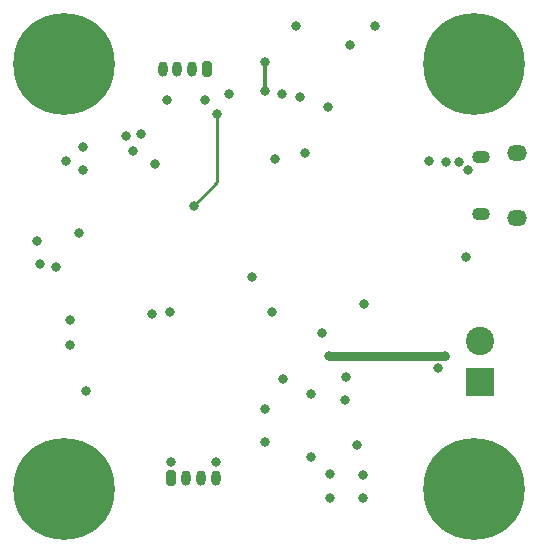
<source format=gbr>
%TF.GenerationSoftware,KiCad,Pcbnew,(6.0.6)*%
%TF.CreationDate,2023-01-10T19:01:41-05:00*%
%TF.ProjectId,STM32F4_REV1,53544d33-3246-4345-9f52-4556312e6b69,rev?*%
%TF.SameCoordinates,Original*%
%TF.FileFunction,Copper,L4,Bot*%
%TF.FilePolarity,Positive*%
%FSLAX46Y46*%
G04 Gerber Fmt 4.6, Leading zero omitted, Abs format (unit mm)*
G04 Created by KiCad (PCBNEW (6.0.6)) date 2023-01-10 19:01:41*
%MOMM*%
%LPD*%
G01*
G04 APERTURE LIST*
G04 Aperture macros list*
%AMRoundRect*
0 Rectangle with rounded corners*
0 $1 Rounding radius*
0 $2 $3 $4 $5 $6 $7 $8 $9 X,Y pos of 4 corners*
0 Add a 4 corners polygon primitive as box body*
4,1,4,$2,$3,$4,$5,$6,$7,$8,$9,$2,$3,0*
0 Add four circle primitives for the rounded corners*
1,1,$1+$1,$2,$3*
1,1,$1+$1,$4,$5*
1,1,$1+$1,$6,$7*
1,1,$1+$1,$8,$9*
0 Add four rect primitives between the rounded corners*
20,1,$1+$1,$2,$3,$4,$5,0*
20,1,$1+$1,$4,$5,$6,$7,0*
20,1,$1+$1,$6,$7,$8,$9,0*
20,1,$1+$1,$8,$9,$2,$3,0*%
G04 Aperture macros list end*
%TA.AperFunction,ComponentPad*%
%ADD10RoundRect,0.200000X-0.200000X-0.450000X0.200000X-0.450000X0.200000X0.450000X-0.200000X0.450000X0*%
%TD*%
%TA.AperFunction,ComponentPad*%
%ADD11O,0.800000X1.300000*%
%TD*%
%TA.AperFunction,ComponentPad*%
%ADD12RoundRect,0.200000X0.200000X0.450000X-0.200000X0.450000X-0.200000X-0.450000X0.200000X-0.450000X0*%
%TD*%
%TA.AperFunction,ComponentPad*%
%ADD13C,0.900000*%
%TD*%
%TA.AperFunction,ComponentPad*%
%ADD14C,8.600000*%
%TD*%
%TA.AperFunction,ComponentPad*%
%ADD15R,2.400000X2.400000*%
%TD*%
%TA.AperFunction,ComponentPad*%
%ADD16C,2.400000*%
%TD*%
%TA.AperFunction,ComponentPad*%
%ADD17O,1.700000X1.350000*%
%TD*%
%TA.AperFunction,ComponentPad*%
%ADD18O,1.500000X1.100000*%
%TD*%
%TA.AperFunction,ViaPad*%
%ADD19C,0.800000*%
%TD*%
%TA.AperFunction,Conductor*%
%ADD20C,0.300000*%
%TD*%
%TA.AperFunction,Conductor*%
%ADD21C,0.750000*%
%TD*%
%TA.AperFunction,Conductor*%
%ADD22C,0.250000*%
%TD*%
G04 APERTURE END LIST*
D10*
%TO.P,J3,1,Pin_1*%
%TO.N,+3V3*%
X132125000Y-123300000D03*
D11*
%TO.P,J3,2,Pin_2*%
%TO.N,USART3_TX*%
X133375000Y-123300000D03*
%TO.P,J3,3,Pin_3*%
%TO.N,USART3_RX*%
X134625000Y-123300000D03*
%TO.P,J3,4,Pin_4*%
%TO.N,GND*%
X135875000Y-123300000D03*
%TD*%
D12*
%TO.P,J4,1,Pin_1*%
%TO.N,+3V3*%
X135125000Y-88700000D03*
D11*
%TO.P,J4,2,Pin_2*%
%TO.N,I2C1_SCL*%
X133875000Y-88700000D03*
%TO.P,J4,3,Pin_3*%
%TO.N,I2C1_SDA*%
X132625000Y-88700000D03*
%TO.P,J4,4,Pin_4*%
%TO.N,GND*%
X131375000Y-88700000D03*
%TD*%
D13*
%TO.P,H3,1,1*%
%TO.N,GND*%
X120719581Y-121969581D03*
X120719581Y-126530419D03*
X125280419Y-121969581D03*
X125280419Y-126530419D03*
D14*
X123000000Y-124250000D03*
D13*
X126225000Y-124250000D03*
X123000000Y-127475000D03*
X119775000Y-124250000D03*
X123000000Y-121025000D03*
%TD*%
%TO.P,H4,1,1*%
%TO.N,GND*%
X123000000Y-85025000D03*
X125280419Y-85969581D03*
X125280419Y-90530419D03*
X126225000Y-88250000D03*
X119775000Y-88250000D03*
X123000000Y-91475000D03*
X120719581Y-90530419D03*
X120719581Y-85969581D03*
D14*
X123000000Y-88250000D03*
%TD*%
D15*
%TO.P,J1,1,Pin_1*%
%TO.N,GND*%
X158280000Y-115200000D03*
D16*
%TO.P,J1,2,Pin_2*%
%TO.N,+12V*%
X158280000Y-111700000D03*
%TD*%
D17*
%TO.P,J5,6,Shield*%
%TO.N,unconnected-(J5-Pad6)*%
X161375000Y-101275000D03*
X161375000Y-95815000D03*
D18*
X158375000Y-96125000D03*
X158375000Y-100965000D03*
%TD*%
D14*
%TO.P,H1,1,1*%
%TO.N,GND*%
X157750000Y-88250000D03*
D13*
X154525000Y-88250000D03*
X155469581Y-85969581D03*
X160975000Y-88250000D03*
X155469581Y-90530419D03*
X157750000Y-91475000D03*
X160030419Y-85969581D03*
X160030419Y-90530419D03*
X157750000Y-85025000D03*
%TD*%
%TO.P,H2,1,1*%
%TO.N,GND*%
X160975000Y-124250000D03*
X155469581Y-121969581D03*
D14*
X157750000Y-124250000D03*
D13*
X160030419Y-121969581D03*
X155469581Y-126530419D03*
X154525000Y-124250000D03*
X160030419Y-126530419D03*
X157750000Y-121025000D03*
X157750000Y-127475000D03*
%TD*%
D19*
%TO.N,GND*%
X143400000Y-95800000D03*
X143017341Y-91028381D03*
X144890000Y-111060000D03*
X157220000Y-97230000D03*
X147280000Y-86650000D03*
X123170000Y-96510000D03*
X143940000Y-116180000D03*
X130520000Y-109470000D03*
X157050000Y-104570000D03*
X153960000Y-96510000D03*
X155410000Y-96520000D03*
X142680000Y-85050000D03*
X130740000Y-96720000D03*
X135890000Y-121920000D03*
X140650000Y-109270000D03*
X154730000Y-114040000D03*
X124620000Y-95310000D03*
X146870000Y-114740000D03*
X122370000Y-105430000D03*
X124900000Y-115970000D03*
X148400000Y-108590000D03*
X156490000Y-96520000D03*
X124280000Y-102530000D03*
X128300000Y-94360000D03*
X143970000Y-121560000D03*
X147820000Y-120510000D03*
X120780000Y-103220000D03*
%TO.N,+3V3*%
X140930000Y-96340000D03*
X145420000Y-91910000D03*
X132030000Y-109280000D03*
X123530000Y-112040000D03*
X124620000Y-97240000D03*
X145590000Y-122980000D03*
X140040000Y-120230000D03*
X148320000Y-124970000D03*
X137010000Y-90790000D03*
X141500000Y-90800000D03*
X121000000Y-105200000D03*
X148310000Y-123030000D03*
X149330000Y-85030000D03*
X132080000Y-121920000D03*
X129520000Y-94220000D03*
X131730000Y-91270000D03*
X141610000Y-114970000D03*
X145590000Y-124980000D03*
X128840000Y-95640000D03*
X135000000Y-91270000D03*
X146860000Y-116750000D03*
X138940000Y-106270000D03*
X140030000Y-117460000D03*
X123530000Y-109960000D03*
%TO.N,Net-(J2-Pad6)*%
X140020000Y-88110000D03*
X140010000Y-90520000D03*
%TO.N,BUCK_FB*%
X155250000Y-113000000D03*
X145500000Y-113000000D03*
%TO.N,NRST*%
X136000000Y-92500000D03*
X134000000Y-100250000D03*
%TD*%
D20*
%TO.N,Net-(J2-Pad6)*%
X140010000Y-88120000D02*
X140020000Y-88110000D01*
X140010000Y-88660000D02*
X140010000Y-88120000D01*
X140010000Y-90520000D02*
X140010000Y-88660000D01*
D21*
%TO.N,BUCK_FB*%
X155250000Y-113000000D02*
X145500000Y-113000000D01*
D22*
%TO.N,NRST*%
X136000000Y-92500000D02*
X136000000Y-97750000D01*
X136000000Y-97750000D02*
X136000000Y-98250000D01*
X136000000Y-98250000D02*
X134000000Y-100250000D01*
%TD*%
M02*

</source>
